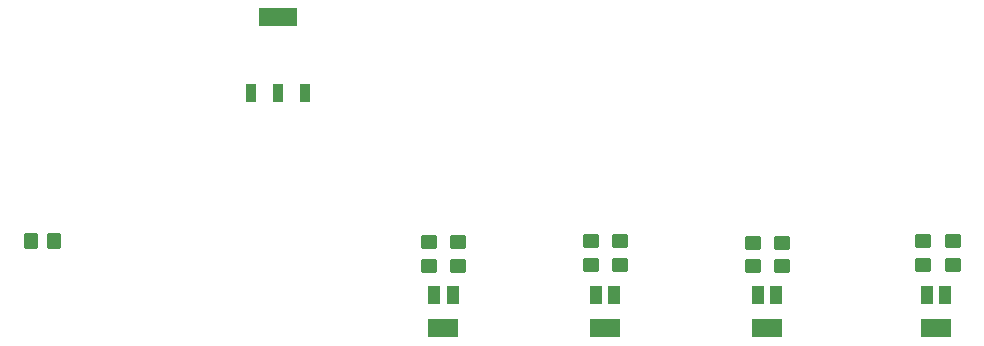
<source format=gbr>
%TF.GenerationSoftware,KiCad,Pcbnew,8.0.4*%
%TF.CreationDate,2024-11-14T23:53:25+02:00*%
%TF.ProjectId,sienikontrolleri,7369656e-696b-46f6-9e74-726f6c6c6572,rev?*%
%TF.SameCoordinates,Original*%
%TF.FileFunction,Paste,Top*%
%TF.FilePolarity,Positive*%
%FSLAX46Y46*%
G04 Gerber Fmt 4.6, Leading zero omitted, Abs format (unit mm)*
G04 Created by KiCad (PCBNEW 8.0.4) date 2024-11-14 23:53:25*
%MOMM*%
%LPD*%
G01*
G04 APERTURE LIST*
G04 Aperture macros list*
%AMRoundRect*
0 Rectangle with rounded corners*
0 $1 Rounding radius*
0 $2 $3 $4 $5 $6 $7 $8 $9 X,Y pos of 4 corners*
0 Add a 4 corners polygon primitive as box body*
4,1,4,$2,$3,$4,$5,$6,$7,$8,$9,$2,$3,0*
0 Add four circle primitives for the rounded corners*
1,1,$1+$1,$2,$3*
1,1,$1+$1,$4,$5*
1,1,$1+$1,$6,$7*
1,1,$1+$1,$8,$9*
0 Add four rect primitives between the rounded corners*
20,1,$1+$1,$2,$3,$4,$5,0*
20,1,$1+$1,$4,$5,$6,$7,0*
20,1,$1+$1,$6,$7,$8,$9,0*
20,1,$1+$1,$8,$9,$2,$3,0*%
G04 Aperture macros list end*
%ADD10C,0.000000*%
%ADD11R,2.590800X1.600200*%
%ADD12R,1.041400X1.600200*%
%ADD13RoundRect,0.250000X-0.450000X0.350000X-0.450000X-0.350000X0.450000X-0.350000X0.450000X0.350000X0*%
%ADD14R,0.863600X1.549400*%
%ADD15RoundRect,0.250000X0.350000X0.450000X-0.350000X0.450000X-0.350000X-0.450000X0.350000X-0.450000X0*%
G04 APERTURE END LIST*
D10*
%TO.C,U1*%
G36*
X70557300Y-36842000D02*
G01*
X67407700Y-36842000D01*
X67407700Y-35292600D01*
X70557300Y-35292600D01*
X70557300Y-36842000D01*
G37*
%TD*%
D11*
%TO.C,LED4*%
X124700000Y-62400000D03*
D12*
X123926800Y-59600000D03*
X125476800Y-59600000D03*
%TD*%
D13*
%TO.C,R11*%
X97917000Y-55023000D03*
X97917000Y-57023000D03*
%TD*%
%TO.C,R10*%
X95504000Y-55023000D03*
X95504000Y-57023000D03*
%TD*%
D11*
%TO.C,LED1*%
X83000000Y-62400000D03*
D12*
X82226800Y-59600000D03*
X83776800Y-59600000D03*
%TD*%
D13*
%TO.C,R14*%
X123571000Y-55007000D03*
X123571000Y-57007000D03*
%TD*%
%TO.C,R15*%
X126111000Y-55023000D03*
X126111000Y-57023000D03*
%TD*%
%TO.C,R1*%
X81788000Y-55118000D03*
X81788000Y-57118000D03*
%TD*%
D14*
%TO.C,U1*%
X66682500Y-42518900D03*
X68982500Y-42518900D03*
X71282500Y-42518900D03*
%TD*%
D13*
%TO.C,R12*%
X109220000Y-55150000D03*
X109220000Y-57150000D03*
%TD*%
D15*
%TO.C,R5*%
X50038000Y-54991000D03*
X48038000Y-54991000D03*
%TD*%
D13*
%TO.C,R13*%
X111633000Y-55150000D03*
X111633000Y-57150000D03*
%TD*%
%TO.C,R2*%
X84201000Y-55134000D03*
X84201000Y-57134000D03*
%TD*%
D11*
%TO.C,LED2*%
X96700000Y-62400000D03*
D12*
X95926800Y-59600000D03*
X97476800Y-59600000D03*
%TD*%
D11*
%TO.C,LED3*%
X110400000Y-62400000D03*
D12*
X109626800Y-59600000D03*
X111176800Y-59600000D03*
%TD*%
M02*

</source>
